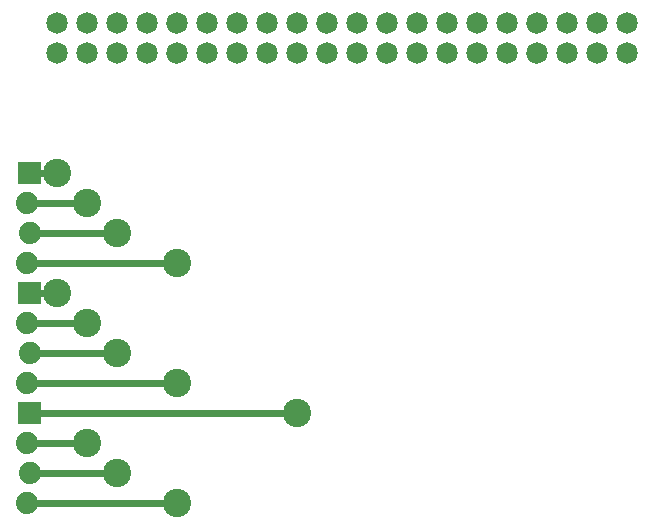
<source format=gbl>
G04 MADE WITH FRITZING*
G04 WWW.FRITZING.ORG*
G04 DOUBLE SIDED*
G04 HOLES PLATED*
G04 CONTOUR ON CENTER OF CONTOUR VECTOR*
%ASAXBY*%
%FSLAX23Y23*%
%MOIN*%
%OFA0B0*%
%SFA1.0B1.0*%
%ADD10C,0.074000*%
%ADD11C,0.094488*%
%ADD12C,0.071889*%
%ADD13C,0.071917*%
%ADD14C,0.024000*%
%ADD15R,0.001000X0.001000*%
%LNCOPPER0*%
G90*
G70*
G54D10*
X158Y416D03*
X148Y316D03*
X158Y216D03*
X148Y116D03*
X158Y816D03*
X148Y716D03*
X158Y616D03*
X148Y516D03*
X158Y1216D03*
X148Y1116D03*
X158Y1016D03*
X148Y916D03*
G54D11*
X248Y1216D03*
X248Y816D03*
X648Y116D03*
X448Y216D03*
X348Y316D03*
X648Y516D03*
X448Y616D03*
X348Y716D03*
X648Y916D03*
X1048Y416D03*
X448Y1016D03*
X348Y1116D03*
G54D12*
X248Y1616D03*
X348Y1616D03*
X448Y1616D03*
X548Y1616D03*
G54D13*
X648Y1616D03*
G54D12*
X748Y1616D03*
X848Y1616D03*
X948Y1616D03*
X1048Y1616D03*
G54D13*
X1148Y1616D03*
G54D12*
X1248Y1616D03*
G54D13*
X1348Y1616D03*
G54D12*
X1448Y1616D03*
X1548Y1616D03*
X1648Y1616D03*
X1748Y1616D03*
G54D13*
X1848Y1616D03*
G54D12*
X1948Y1616D03*
X2048Y1616D03*
X2148Y1616D03*
X2148Y1716D03*
X2048Y1716D03*
X1948Y1716D03*
G54D13*
X1848Y1716D03*
G54D12*
X1748Y1716D03*
X1648Y1716D03*
X1548Y1716D03*
X1448Y1716D03*
G54D13*
X1348Y1716D03*
G54D12*
X1248Y1716D03*
G54D13*
X1148Y1716D03*
G54D12*
X1048Y1716D03*
X948Y1716D03*
X848Y1716D03*
X748Y1716D03*
G54D13*
X648Y1716D03*
G54D12*
X548Y1716D03*
X448Y1716D03*
X348Y1716D03*
X248Y1716D03*
G54D14*
X189Y1216D02*
X221Y1216D01*
D02*
X179Y916D02*
X621Y916D01*
D02*
X189Y1016D02*
X421Y1016D01*
D02*
X179Y1116D02*
X321Y1116D01*
D02*
X179Y716D02*
X321Y716D01*
D02*
X189Y816D02*
X221Y816D01*
D02*
X189Y616D02*
X421Y616D01*
D02*
X179Y516D02*
X621Y516D01*
D02*
X189Y416D02*
X1021Y416D01*
D02*
X179Y316D02*
X321Y316D01*
D02*
X189Y216D02*
X421Y216D01*
D02*
X179Y116D02*
X621Y116D01*
G54D15*
X121Y1252D02*
X194Y1252D01*
X121Y1251D02*
X194Y1251D01*
X121Y1250D02*
X194Y1250D01*
X121Y1249D02*
X194Y1249D01*
X121Y1248D02*
X194Y1248D01*
X121Y1247D02*
X194Y1247D01*
X121Y1246D02*
X194Y1246D01*
X121Y1245D02*
X194Y1245D01*
X121Y1244D02*
X194Y1244D01*
X121Y1243D02*
X194Y1243D01*
X121Y1242D02*
X194Y1242D01*
X121Y1241D02*
X194Y1241D01*
X121Y1240D02*
X194Y1240D01*
X121Y1239D02*
X194Y1239D01*
X121Y1238D02*
X194Y1238D01*
X121Y1237D02*
X194Y1237D01*
X121Y1236D02*
X194Y1236D01*
X121Y1235D02*
X151Y1235D01*
X163Y1235D02*
X194Y1235D01*
X121Y1234D02*
X148Y1234D01*
X166Y1234D02*
X194Y1234D01*
X121Y1233D02*
X146Y1233D01*
X168Y1233D02*
X194Y1233D01*
X121Y1232D02*
X145Y1232D01*
X169Y1232D02*
X194Y1232D01*
X121Y1231D02*
X144Y1231D01*
X171Y1231D02*
X194Y1231D01*
X121Y1230D02*
X142Y1230D01*
X172Y1230D02*
X194Y1230D01*
X121Y1229D02*
X142Y1229D01*
X173Y1229D02*
X194Y1229D01*
X121Y1228D02*
X141Y1228D01*
X173Y1228D02*
X194Y1228D01*
X121Y1227D02*
X140Y1227D01*
X174Y1227D02*
X194Y1227D01*
X121Y1226D02*
X139Y1226D01*
X175Y1226D02*
X194Y1226D01*
X121Y1225D02*
X139Y1225D01*
X175Y1225D02*
X194Y1225D01*
X121Y1224D02*
X138Y1224D01*
X176Y1224D02*
X194Y1224D01*
X121Y1223D02*
X138Y1223D01*
X176Y1223D02*
X194Y1223D01*
X121Y1222D02*
X138Y1222D01*
X177Y1222D02*
X194Y1222D01*
X121Y1221D02*
X137Y1221D01*
X177Y1221D02*
X194Y1221D01*
X121Y1220D02*
X137Y1220D01*
X177Y1220D02*
X194Y1220D01*
X121Y1219D02*
X137Y1219D01*
X177Y1219D02*
X194Y1219D01*
X121Y1218D02*
X137Y1218D01*
X177Y1218D02*
X194Y1218D01*
X121Y1217D02*
X137Y1217D01*
X177Y1217D02*
X194Y1217D01*
X121Y1216D02*
X137Y1216D01*
X178Y1216D02*
X194Y1216D01*
X121Y1215D02*
X137Y1215D01*
X178Y1215D02*
X194Y1215D01*
X121Y1214D02*
X137Y1214D01*
X177Y1214D02*
X194Y1214D01*
X121Y1213D02*
X137Y1213D01*
X177Y1213D02*
X194Y1213D01*
X121Y1212D02*
X137Y1212D01*
X177Y1212D02*
X194Y1212D01*
X121Y1211D02*
X137Y1211D01*
X177Y1211D02*
X194Y1211D01*
X121Y1210D02*
X138Y1210D01*
X177Y1210D02*
X194Y1210D01*
X121Y1209D02*
X138Y1209D01*
X176Y1209D02*
X194Y1209D01*
X121Y1208D02*
X138Y1208D01*
X176Y1208D02*
X194Y1208D01*
X121Y1207D02*
X139Y1207D01*
X175Y1207D02*
X194Y1207D01*
X121Y1206D02*
X139Y1206D01*
X175Y1206D02*
X194Y1206D01*
X121Y1205D02*
X140Y1205D01*
X174Y1205D02*
X194Y1205D01*
X121Y1204D02*
X141Y1204D01*
X174Y1204D02*
X194Y1204D01*
X121Y1203D02*
X141Y1203D01*
X173Y1203D02*
X194Y1203D01*
X121Y1202D02*
X142Y1202D01*
X172Y1202D02*
X194Y1202D01*
X121Y1201D02*
X143Y1201D01*
X171Y1201D02*
X194Y1201D01*
X121Y1200D02*
X145Y1200D01*
X170Y1200D02*
X194Y1200D01*
X121Y1199D02*
X146Y1199D01*
X168Y1199D02*
X194Y1199D01*
X121Y1198D02*
X148Y1198D01*
X166Y1198D02*
X194Y1198D01*
X121Y1197D02*
X150Y1197D01*
X164Y1197D02*
X194Y1197D01*
X121Y1196D02*
X156Y1196D01*
X159Y1196D02*
X194Y1196D01*
X121Y1195D02*
X194Y1195D01*
X121Y1194D02*
X194Y1194D01*
X121Y1193D02*
X194Y1193D01*
X121Y1192D02*
X194Y1192D01*
X121Y1191D02*
X194Y1191D01*
X121Y1190D02*
X194Y1190D01*
X121Y1189D02*
X194Y1189D01*
X121Y1188D02*
X194Y1188D01*
X121Y1187D02*
X194Y1187D01*
X121Y1186D02*
X194Y1186D01*
X121Y1185D02*
X194Y1185D01*
X121Y1184D02*
X194Y1184D01*
X121Y1183D02*
X194Y1183D01*
X121Y1182D02*
X194Y1182D01*
X121Y1181D02*
X194Y1181D01*
X121Y1180D02*
X194Y1180D01*
X121Y1179D02*
X193Y1179D01*
X121Y852D02*
X194Y852D01*
X121Y851D02*
X194Y851D01*
X121Y850D02*
X194Y850D01*
X121Y849D02*
X194Y849D01*
X121Y848D02*
X194Y848D01*
X121Y847D02*
X194Y847D01*
X121Y846D02*
X194Y846D01*
X121Y845D02*
X194Y845D01*
X121Y844D02*
X194Y844D01*
X121Y843D02*
X194Y843D01*
X121Y842D02*
X194Y842D01*
X121Y841D02*
X194Y841D01*
X121Y840D02*
X194Y840D01*
X121Y839D02*
X194Y839D01*
X121Y838D02*
X194Y838D01*
X121Y837D02*
X194Y837D01*
X121Y836D02*
X194Y836D01*
X121Y835D02*
X151Y835D01*
X163Y835D02*
X194Y835D01*
X121Y834D02*
X148Y834D01*
X166Y834D02*
X194Y834D01*
X121Y833D02*
X146Y833D01*
X168Y833D02*
X194Y833D01*
X121Y832D02*
X145Y832D01*
X169Y832D02*
X194Y832D01*
X121Y831D02*
X144Y831D01*
X171Y831D02*
X194Y831D01*
X121Y830D02*
X142Y830D01*
X172Y830D02*
X194Y830D01*
X121Y829D02*
X142Y829D01*
X173Y829D02*
X194Y829D01*
X121Y828D02*
X141Y828D01*
X173Y828D02*
X194Y828D01*
X121Y827D02*
X140Y827D01*
X174Y827D02*
X194Y827D01*
X121Y826D02*
X139Y826D01*
X175Y826D02*
X194Y826D01*
X121Y825D02*
X139Y825D01*
X175Y825D02*
X194Y825D01*
X121Y824D02*
X138Y824D01*
X176Y824D02*
X194Y824D01*
X121Y823D02*
X138Y823D01*
X176Y823D02*
X194Y823D01*
X121Y822D02*
X138Y822D01*
X177Y822D02*
X194Y822D01*
X121Y821D02*
X137Y821D01*
X177Y821D02*
X194Y821D01*
X121Y820D02*
X137Y820D01*
X177Y820D02*
X194Y820D01*
X121Y819D02*
X137Y819D01*
X177Y819D02*
X194Y819D01*
X121Y818D02*
X137Y818D01*
X177Y818D02*
X194Y818D01*
X121Y817D02*
X137Y817D01*
X178Y817D02*
X194Y817D01*
X121Y816D02*
X137Y816D01*
X178Y816D02*
X194Y816D01*
X121Y815D02*
X137Y815D01*
X178Y815D02*
X194Y815D01*
X121Y814D02*
X137Y814D01*
X177Y814D02*
X194Y814D01*
X121Y813D02*
X137Y813D01*
X177Y813D02*
X194Y813D01*
X121Y812D02*
X137Y812D01*
X177Y812D02*
X194Y812D01*
X121Y811D02*
X137Y811D01*
X177Y811D02*
X194Y811D01*
X121Y810D02*
X138Y810D01*
X177Y810D02*
X194Y810D01*
X121Y809D02*
X138Y809D01*
X176Y809D02*
X194Y809D01*
X121Y808D02*
X138Y808D01*
X176Y808D02*
X194Y808D01*
X121Y807D02*
X139Y807D01*
X175Y807D02*
X194Y807D01*
X121Y806D02*
X139Y806D01*
X175Y806D02*
X194Y806D01*
X121Y805D02*
X140Y805D01*
X174Y805D02*
X194Y805D01*
X121Y804D02*
X141Y804D01*
X174Y804D02*
X194Y804D01*
X121Y803D02*
X142Y803D01*
X173Y803D02*
X194Y803D01*
X121Y802D02*
X142Y802D01*
X172Y802D02*
X194Y802D01*
X121Y801D02*
X143Y801D01*
X171Y801D02*
X194Y801D01*
X121Y800D02*
X145Y800D01*
X170Y800D02*
X194Y800D01*
X121Y799D02*
X146Y799D01*
X168Y799D02*
X194Y799D01*
X121Y798D02*
X148Y798D01*
X166Y798D02*
X194Y798D01*
X121Y797D02*
X151Y797D01*
X164Y797D02*
X194Y797D01*
X121Y796D02*
X194Y796D01*
X121Y795D02*
X194Y795D01*
X121Y794D02*
X194Y794D01*
X121Y793D02*
X194Y793D01*
X121Y792D02*
X194Y792D01*
X121Y791D02*
X194Y791D01*
X121Y790D02*
X194Y790D01*
X121Y789D02*
X194Y789D01*
X121Y788D02*
X194Y788D01*
X121Y787D02*
X194Y787D01*
X121Y786D02*
X194Y786D01*
X121Y785D02*
X194Y785D01*
X121Y784D02*
X194Y784D01*
X121Y783D02*
X194Y783D01*
X121Y782D02*
X194Y782D01*
X121Y781D02*
X194Y781D01*
X121Y780D02*
X194Y780D01*
X121Y779D02*
X193Y779D01*
X121Y453D02*
X193Y453D01*
X121Y452D02*
X194Y452D01*
X121Y451D02*
X194Y451D01*
X121Y450D02*
X194Y450D01*
X121Y449D02*
X194Y449D01*
X121Y448D02*
X194Y448D01*
X121Y447D02*
X194Y447D01*
X121Y446D02*
X194Y446D01*
X121Y445D02*
X194Y445D01*
X121Y444D02*
X194Y444D01*
X121Y443D02*
X194Y443D01*
X121Y442D02*
X194Y442D01*
X121Y441D02*
X194Y441D01*
X121Y440D02*
X194Y440D01*
X121Y439D02*
X194Y439D01*
X121Y438D02*
X194Y438D01*
X121Y437D02*
X194Y437D01*
X121Y436D02*
X156Y436D01*
X158Y436D02*
X194Y436D01*
X121Y435D02*
X151Y435D01*
X164Y435D02*
X194Y435D01*
X121Y434D02*
X148Y434D01*
X166Y434D02*
X194Y434D01*
X121Y433D02*
X146Y433D01*
X168Y433D02*
X194Y433D01*
X121Y432D02*
X145Y432D01*
X170Y432D02*
X194Y432D01*
X121Y431D02*
X143Y431D01*
X171Y431D02*
X194Y431D01*
X121Y430D02*
X142Y430D01*
X172Y430D02*
X194Y430D01*
X121Y429D02*
X141Y429D01*
X173Y429D02*
X194Y429D01*
X121Y428D02*
X141Y428D01*
X174Y428D02*
X194Y428D01*
X121Y427D02*
X140Y427D01*
X174Y427D02*
X194Y427D01*
X121Y426D02*
X139Y426D01*
X175Y426D02*
X194Y426D01*
X121Y425D02*
X139Y425D01*
X175Y425D02*
X194Y425D01*
X121Y424D02*
X138Y424D01*
X176Y424D02*
X194Y424D01*
X121Y423D02*
X138Y423D01*
X176Y423D02*
X194Y423D01*
X121Y422D02*
X138Y422D01*
X177Y422D02*
X194Y422D01*
X121Y421D02*
X137Y421D01*
X177Y421D02*
X194Y421D01*
X121Y420D02*
X137Y420D01*
X177Y420D02*
X194Y420D01*
X121Y419D02*
X137Y419D01*
X177Y419D02*
X194Y419D01*
X121Y418D02*
X137Y418D01*
X177Y418D02*
X194Y418D01*
X121Y417D02*
X137Y417D01*
X178Y417D02*
X194Y417D01*
X121Y416D02*
X137Y416D01*
X178Y416D02*
X194Y416D01*
X121Y415D02*
X137Y415D01*
X177Y415D02*
X194Y415D01*
X121Y414D02*
X137Y414D01*
X177Y414D02*
X194Y414D01*
X121Y413D02*
X137Y413D01*
X177Y413D02*
X194Y413D01*
X121Y412D02*
X137Y412D01*
X177Y412D02*
X194Y412D01*
X121Y411D02*
X137Y411D01*
X177Y411D02*
X194Y411D01*
X121Y410D02*
X138Y410D01*
X177Y410D02*
X194Y410D01*
X121Y409D02*
X138Y409D01*
X176Y409D02*
X194Y409D01*
X121Y408D02*
X138Y408D01*
X176Y408D02*
X194Y408D01*
X121Y407D02*
X139Y407D01*
X175Y407D02*
X194Y407D01*
X121Y406D02*
X139Y406D01*
X175Y406D02*
X194Y406D01*
X121Y405D02*
X140Y405D01*
X174Y405D02*
X194Y405D01*
X121Y404D02*
X141Y404D01*
X173Y404D02*
X194Y404D01*
X121Y403D02*
X142Y403D01*
X173Y403D02*
X194Y403D01*
X121Y402D02*
X142Y402D01*
X172Y402D02*
X194Y402D01*
X121Y401D02*
X144Y401D01*
X171Y401D02*
X194Y401D01*
X121Y400D02*
X145Y400D01*
X169Y400D02*
X194Y400D01*
X121Y399D02*
X146Y399D01*
X168Y399D02*
X194Y399D01*
X121Y398D02*
X148Y398D01*
X166Y398D02*
X194Y398D01*
X121Y397D02*
X151Y397D01*
X163Y397D02*
X194Y397D01*
X121Y396D02*
X194Y396D01*
X121Y395D02*
X194Y395D01*
X121Y394D02*
X194Y394D01*
X121Y393D02*
X194Y393D01*
X121Y392D02*
X194Y392D01*
X121Y391D02*
X194Y391D01*
X121Y390D02*
X194Y390D01*
X121Y389D02*
X194Y389D01*
X121Y388D02*
X194Y388D01*
X121Y387D02*
X194Y387D01*
X121Y386D02*
X194Y386D01*
X121Y385D02*
X194Y385D01*
X121Y384D02*
X194Y384D01*
X121Y383D02*
X194Y383D01*
X121Y382D02*
X194Y382D01*
X121Y381D02*
X194Y381D01*
X121Y380D02*
X194Y380D01*
D02*
G04 End of Copper0*
M02*
</source>
